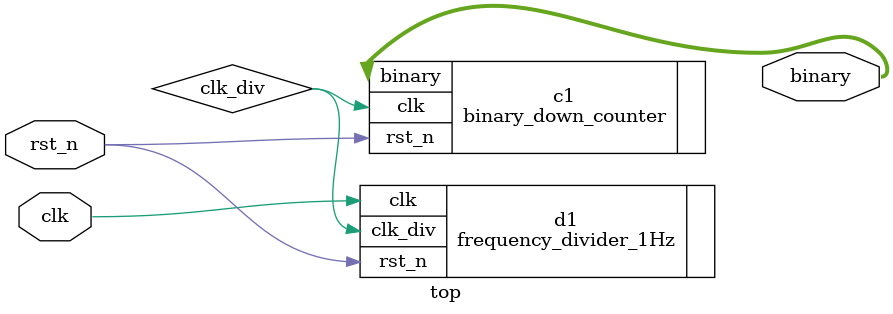
<source format=v>
module top (
    input clk,
    input rst_n, 
    output [3:0] binary
);

wire clk_div;

frequency_divider_1Hz d1(
    .clk(clk),
    .rst_n(rst_n),
    .clk_div(clk_div)
);

binary_down_counter c1(
    .clk(clk_div),
    .rst_n(rst_n),
    .binary(binary)
);
    
endmodule
</source>
